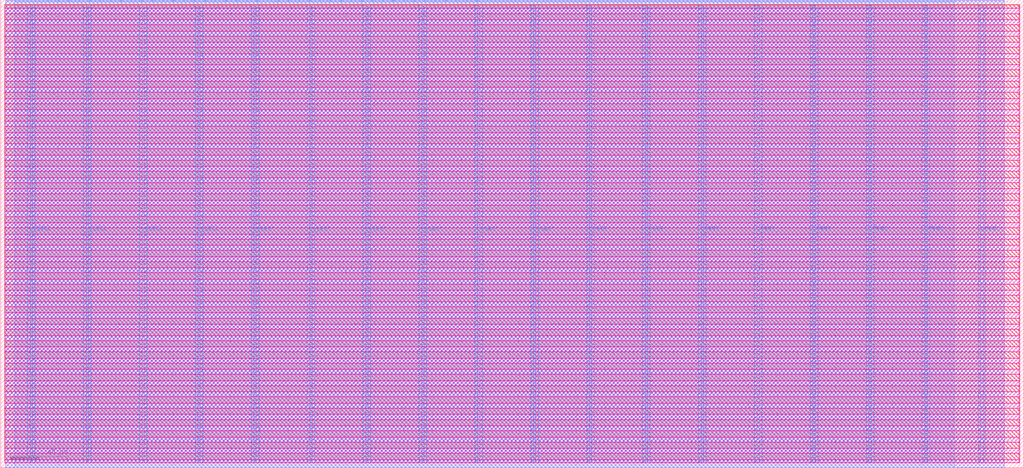
<source format=lef>
VERSION 5.7 ;
  NOWIREEXTENSIONATPIN ON ;
  DIVIDERCHAR "/" ;
  BUSBITCHARS "[]" ;
MACRO tt_um_rejunity_z80
  CLASS BLOCK ;
  FOREIGN tt_um_rejunity_z80 ;
  ORIGIN 0.000 0.000 ;
  SIZE 711.200 BY 325.360 ;
  PIN VGND
    DIRECTION INOUT ;
    USE GROUND ;
    PORT
      LAYER Metal4 ;
        RECT 22.180 3.620 23.780 321.740 ;
    END
    PORT
      LAYER Metal4 ;
        RECT 61.050 3.620 62.650 321.740 ;
    END
    PORT
      LAYER Metal4 ;
        RECT 99.920 3.620 101.520 321.740 ;
    END
    PORT
      LAYER Metal4 ;
        RECT 138.790 3.620 140.390 321.740 ;
    END
    PORT
      LAYER Metal4 ;
        RECT 177.660 3.620 179.260 321.740 ;
    END
    PORT
      LAYER Metal4 ;
        RECT 216.530 3.620 218.130 321.740 ;
    END
    PORT
      LAYER Metal4 ;
        RECT 255.400 3.620 257.000 321.740 ;
    END
    PORT
      LAYER Metal4 ;
        RECT 294.270 3.620 295.870 321.740 ;
    END
    PORT
      LAYER Metal4 ;
        RECT 333.140 3.620 334.740 321.740 ;
    END
    PORT
      LAYER Metal4 ;
        RECT 372.010 3.620 373.610 321.740 ;
    END
    PORT
      LAYER Metal4 ;
        RECT 410.880 3.620 412.480 321.740 ;
    END
    PORT
      LAYER Metal4 ;
        RECT 449.750 3.620 451.350 321.740 ;
    END
    PORT
      LAYER Metal4 ;
        RECT 488.620 3.620 490.220 321.740 ;
    END
    PORT
      LAYER Metal4 ;
        RECT 527.490 3.620 529.090 321.740 ;
    END
    PORT
      LAYER Metal4 ;
        RECT 566.360 3.620 567.960 321.740 ;
    END
    PORT
      LAYER Metal4 ;
        RECT 605.230 3.620 606.830 321.740 ;
    END
    PORT
      LAYER Metal4 ;
        RECT 644.100 3.620 645.700 321.740 ;
    END
    PORT
      LAYER Metal4 ;
        RECT 682.970 3.620 684.570 321.740 ;
    END
  END VGND
  PIN VPWR
    DIRECTION INOUT ;
    USE POWER ;
    PORT
      LAYER Metal4 ;
        RECT 18.880 3.620 20.480 321.740 ;
    END
    PORT
      LAYER Metal4 ;
        RECT 57.750 3.620 59.350 321.740 ;
    END
    PORT
      LAYER Metal4 ;
        RECT 96.620 3.620 98.220 321.740 ;
    END
    PORT
      LAYER Metal4 ;
        RECT 135.490 3.620 137.090 321.740 ;
    END
    PORT
      LAYER Metal4 ;
        RECT 174.360 3.620 175.960 321.740 ;
    END
    PORT
      LAYER Metal4 ;
        RECT 213.230 3.620 214.830 321.740 ;
    END
    PORT
      LAYER Metal4 ;
        RECT 252.100 3.620 253.700 321.740 ;
    END
    PORT
      LAYER Metal4 ;
        RECT 290.970 3.620 292.570 321.740 ;
    END
    PORT
      LAYER Metal4 ;
        RECT 329.840 3.620 331.440 321.740 ;
    END
    PORT
      LAYER Metal4 ;
        RECT 368.710 3.620 370.310 321.740 ;
    END
    PORT
      LAYER Metal4 ;
        RECT 407.580 3.620 409.180 321.740 ;
    END
    PORT
      LAYER Metal4 ;
        RECT 446.450 3.620 448.050 321.740 ;
    END
    PORT
      LAYER Metal4 ;
        RECT 485.320 3.620 486.920 321.740 ;
    END
    PORT
      LAYER Metal4 ;
        RECT 524.190 3.620 525.790 321.740 ;
    END
    PORT
      LAYER Metal4 ;
        RECT 563.060 3.620 564.660 321.740 ;
    END
    PORT
      LAYER Metal4 ;
        RECT 601.930 3.620 603.530 321.740 ;
    END
    PORT
      LAYER Metal4 ;
        RECT 640.800 3.620 642.400 321.740 ;
    END
    PORT
      LAYER Metal4 ;
        RECT 679.670 3.620 681.270 321.740 ;
    END
  END VPWR
  PIN clk
    DIRECTION INPUT ;
    USE SIGNAL ;
    ANTENNAGATEAREA 4.738000 ;
    PORT
      LAYER Metal4 ;
        RECT 331.090 324.360 331.390 325.360 ;
    END
  END clk
  PIN ena
    DIRECTION INPUT ;
    USE SIGNAL ;
    ANTENNAGATEAREA 0.498500 ;
    PORT
      LAYER Metal4 ;
        RECT 338.370 324.360 338.670 325.360 ;
    END
  END ena
  PIN rst_n
    DIRECTION INPUT ;
    USE SIGNAL ;
    ANTENNAGATEAREA 0.396000 ;
    PORT
      LAYER Metal4 ;
        RECT 323.810 324.360 324.110 325.360 ;
    END
  END rst_n
  PIN ui_in[0]
    DIRECTION INPUT ;
    USE SIGNAL ;
    ANTENNAGATEAREA 1.102000 ;
    PORT
      LAYER Metal4 ;
        RECT 316.530 324.360 316.830 325.360 ;
    END
  END ui_in[0]
  PIN ui_in[1]
    DIRECTION INPUT ;
    USE SIGNAL ;
    ANTENNAGATEAREA 0.741000 ;
    PORT
      LAYER Metal4 ;
        RECT 309.250 324.360 309.550 325.360 ;
    END
  END ui_in[1]
  PIN ui_in[2]
    DIRECTION INPUT ;
    USE SIGNAL ;
    ANTENNAGATEAREA 0.741000 ;
    PORT
      LAYER Metal4 ;
        RECT 301.970 324.360 302.270 325.360 ;
    END
  END ui_in[2]
  PIN ui_in[3]
    DIRECTION INPUT ;
    USE SIGNAL ;
    ANTENNAGATEAREA 0.396000 ;
    PORT
      LAYER Metal4 ;
        RECT 294.690 324.360 294.990 325.360 ;
    END
  END ui_in[3]
  PIN ui_in[4]
    DIRECTION INPUT ;
    USE SIGNAL ;
    ANTENNAGATEAREA 0.741000 ;
    PORT
      LAYER Metal4 ;
        RECT 287.410 324.360 287.710 325.360 ;
    END
  END ui_in[4]
  PIN ui_in[5]
    DIRECTION INPUT ;
    USE SIGNAL ;
    ANTENNAGATEAREA 1.102000 ;
    PORT
      LAYER Metal4 ;
        RECT 280.130 324.360 280.430 325.360 ;
    END
  END ui_in[5]
  PIN ui_in[6]
    DIRECTION INPUT ;
    USE SIGNAL ;
    ANTENNAGATEAREA 2.204000 ;
    PORT
      LAYER Metal4 ;
        RECT 272.850 324.360 273.150 325.360 ;
    END
  END ui_in[6]
  PIN ui_in[7]
    DIRECTION INPUT ;
    USE SIGNAL ;
    ANTENNAGATEAREA 1.183000 ;
    PORT
      LAYER Metal4 ;
        RECT 265.570 324.360 265.870 325.360 ;
    END
  END ui_in[7]
  PIN uio_in[0]
    DIRECTION INPUT ;
    USE SIGNAL ;
    ANTENNAGATEAREA 1.102000 ;
    PORT
      LAYER Metal4 ;
        RECT 258.290 324.360 258.590 325.360 ;
    END
  END uio_in[0]
  PIN uio_in[1]
    DIRECTION INPUT ;
    USE SIGNAL ;
    ANTENNAGATEAREA 1.102000 ;
    PORT
      LAYER Metal4 ;
        RECT 251.010 324.360 251.310 325.360 ;
    END
  END uio_in[1]
  PIN uio_in[2]
    DIRECTION INPUT ;
    USE SIGNAL ;
    ANTENNAGATEAREA 1.102000 ;
    PORT
      LAYER Metal4 ;
        RECT 243.730 324.360 244.030 325.360 ;
    END
  END uio_in[2]
  PIN uio_in[3]
    DIRECTION INPUT ;
    USE SIGNAL ;
    ANTENNAGATEAREA 1.102000 ;
    PORT
      LAYER Metal4 ;
        RECT 236.450 324.360 236.750 325.360 ;
    END
  END uio_in[3]
  PIN uio_in[4]
    DIRECTION INPUT ;
    USE SIGNAL ;
    ANTENNAGATEAREA 1.102000 ;
    PORT
      LAYER Metal4 ;
        RECT 229.170 324.360 229.470 325.360 ;
    END
  END uio_in[4]
  PIN uio_in[5]
    DIRECTION INPUT ;
    USE SIGNAL ;
    ANTENNAGATEAREA 1.102000 ;
    PORT
      LAYER Metal4 ;
        RECT 221.890 324.360 222.190 325.360 ;
    END
  END uio_in[5]
  PIN uio_in[6]
    DIRECTION INPUT ;
    USE SIGNAL ;
    ANTENNAGATEAREA 1.102000 ;
    PORT
      LAYER Metal4 ;
        RECT 214.610 324.360 214.910 325.360 ;
    END
  END uio_in[6]
  PIN uio_in[7]
    DIRECTION INPUT ;
    USE SIGNAL ;
    ANTENNAGATEAREA 1.102000 ;
    PORT
      LAYER Metal4 ;
        RECT 207.330 324.360 207.630 325.360 ;
    END
  END uio_in[7]
  PIN uio_oe[0]
    DIRECTION OUTPUT ;
    USE SIGNAL ;
    ANTENNADIFFAREA 1.986000 ;
    PORT
      LAYER Metal4 ;
        RECT 83.570 324.360 83.870 325.360 ;
    END
  END uio_oe[0]
  PIN uio_oe[1]
    DIRECTION OUTPUT ;
    USE SIGNAL ;
    ANTENNADIFFAREA 1.986000 ;
    PORT
      LAYER Metal4 ;
        RECT 76.290 324.360 76.590 325.360 ;
    END
  END uio_oe[1]
  PIN uio_oe[2]
    DIRECTION OUTPUT ;
    USE SIGNAL ;
    ANTENNADIFFAREA 1.986000 ;
    PORT
      LAYER Metal4 ;
        RECT 69.010 324.360 69.310 325.360 ;
    END
  END uio_oe[2]
  PIN uio_oe[3]
    DIRECTION OUTPUT ;
    USE SIGNAL ;
    ANTENNADIFFAREA 1.986000 ;
    PORT
      LAYER Metal4 ;
        RECT 61.730 324.360 62.030 325.360 ;
    END
  END uio_oe[3]
  PIN uio_oe[4]
    DIRECTION OUTPUT ;
    USE SIGNAL ;
    ANTENNADIFFAREA 1.986000 ;
    PORT
      LAYER Metal4 ;
        RECT 54.450 324.360 54.750 325.360 ;
    END
  END uio_oe[4]
  PIN uio_oe[5]
    DIRECTION OUTPUT ;
    USE SIGNAL ;
    ANTENNADIFFAREA 1.986000 ;
    PORT
      LAYER Metal4 ;
        RECT 47.170 324.360 47.470 325.360 ;
    END
  END uio_oe[5]
  PIN uio_oe[6]
    DIRECTION OUTPUT ;
    USE SIGNAL ;
    ANTENNADIFFAREA 1.986000 ;
    PORT
      LAYER Metal4 ;
        RECT 39.890 324.360 40.190 325.360 ;
    END
  END uio_oe[6]
  PIN uio_oe[7]
    DIRECTION OUTPUT ;
    USE SIGNAL ;
    ANTENNADIFFAREA 1.986000 ;
    PORT
      LAYER Metal4 ;
        RECT 32.610 324.360 32.910 325.360 ;
    END
  END uio_oe[7]
  PIN uio_out[0]
    DIRECTION OUTPUT ;
    USE SIGNAL ;
    ANTENNAGATEAREA 2.114000 ;
    ANTENNADIFFAREA 2.111200 ;
    PORT
      LAYER Metal4 ;
        RECT 141.810 324.360 142.110 325.360 ;
    END
  END uio_out[0]
  PIN uio_out[1]
    DIRECTION OUTPUT ;
    USE SIGNAL ;
    ANTENNAGATEAREA 2.114000 ;
    ANTENNADIFFAREA 2.111200 ;
    PORT
      LAYER Metal4 ;
        RECT 134.530 324.360 134.830 325.360 ;
    END
  END uio_out[1]
  PIN uio_out[2]
    DIRECTION OUTPUT ;
    USE SIGNAL ;
    ANTENNAGATEAREA 2.114000 ;
    ANTENNADIFFAREA 2.111200 ;
    PORT
      LAYER Metal4 ;
        RECT 127.250 324.360 127.550 325.360 ;
    END
  END uio_out[2]
  PIN uio_out[3]
    DIRECTION OUTPUT ;
    USE SIGNAL ;
    ANTENNAGATEAREA 2.199000 ;
    ANTENNADIFFAREA 2.111200 ;
    PORT
      LAYER Metal4 ;
        RECT 119.970 324.360 120.270 325.360 ;
    END
  END uio_out[3]
  PIN uio_out[4]
    DIRECTION OUTPUT ;
    USE SIGNAL ;
    ANTENNAGATEAREA 0.898000 ;
    ANTENNADIFFAREA 1.055600 ;
    PORT
      LAYER Metal4 ;
        RECT 112.690 324.360 112.990 325.360 ;
    END
  END uio_out[4]
  PIN uio_out[5]
    DIRECTION OUTPUT ;
    USE SIGNAL ;
    ANTENNAGATEAREA 2.199000 ;
    ANTENNADIFFAREA 2.111200 ;
    PORT
      LAYER Metal4 ;
        RECT 105.410 324.360 105.710 325.360 ;
    END
  END uio_out[5]
  PIN uio_out[6]
    DIRECTION OUTPUT ;
    USE SIGNAL ;
    ANTENNAGATEAREA 2.133000 ;
    ANTENNADIFFAREA 2.111200 ;
    PORT
      LAYER Metal4 ;
        RECT 98.130 324.360 98.430 325.360 ;
    END
  END uio_out[6]
  PIN uio_out[7]
    DIRECTION OUTPUT ;
    USE SIGNAL ;
    ANTENNAGATEAREA 0.898000 ;
    ANTENNADIFFAREA 1.055600 ;
    PORT
      LAYER Metal4 ;
        RECT 90.850 324.360 91.150 325.360 ;
    END
  END uio_out[7]
  PIN uo_out[0]
    DIRECTION OUTPUT ;
    USE SIGNAL ;
    ANTENNADIFFAREA 4.030500 ;
    PORT
      LAYER Metal4 ;
        RECT 200.050 324.360 200.350 325.360 ;
    END
  END uo_out[0]
  PIN uo_out[1]
    DIRECTION OUTPUT ;
    USE SIGNAL ;
    ANTENNADIFFAREA 4.369000 ;
    PORT
      LAYER Metal4 ;
        RECT 192.770 324.360 193.070 325.360 ;
    END
  END uo_out[1]
  PIN uo_out[2]
    DIRECTION OUTPUT ;
    USE SIGNAL ;
    ANTENNADIFFAREA 4.030500 ;
    PORT
      LAYER Metal4 ;
        RECT 185.490 324.360 185.790 325.360 ;
    END
  END uo_out[2]
  PIN uo_out[3]
    DIRECTION OUTPUT ;
    USE SIGNAL ;
    ANTENNADIFFAREA 4.389000 ;
    PORT
      LAYER Metal4 ;
        RECT 178.210 324.360 178.510 325.360 ;
    END
  END uo_out[3]
  PIN uo_out[4]
    DIRECTION OUTPUT ;
    USE SIGNAL ;
    ANTENNADIFFAREA 4.369000 ;
    PORT
      LAYER Metal4 ;
        RECT 170.930 324.360 171.230 325.360 ;
    END
  END uo_out[4]
  PIN uo_out[5]
    DIRECTION OUTPUT ;
    USE SIGNAL ;
    ANTENNADIFFAREA 4.369000 ;
    PORT
      LAYER Metal4 ;
        RECT 163.650 324.360 163.950 325.360 ;
    END
  END uo_out[5]
  PIN uo_out[6]
    DIRECTION OUTPUT ;
    USE SIGNAL ;
    ANTENNADIFFAREA 4.369000 ;
    PORT
      LAYER Metal4 ;
        RECT 156.370 324.360 156.670 325.360 ;
    END
  END uo_out[6]
  PIN uo_out[7]
    DIRECTION OUTPUT ;
    USE SIGNAL ;
    ANTENNADIFFAREA 4.369000 ;
    PORT
      LAYER Metal4 ;
        RECT 149.090 324.360 149.390 325.360 ;
    END
  END uo_out[7]
  OBS
      LAYER Nwell ;
        RECT 2.930 319.280 708.270 321.870 ;
      LAYER Pwell ;
        RECT 2.930 315.760 708.270 319.280 ;
      LAYER Nwell ;
        RECT 2.930 311.440 708.270 315.760 ;
      LAYER Pwell ;
        RECT 2.930 307.920 708.270 311.440 ;
      LAYER Nwell ;
        RECT 2.930 303.600 708.270 307.920 ;
      LAYER Pwell ;
        RECT 2.930 300.080 708.270 303.600 ;
      LAYER Nwell ;
        RECT 2.930 295.760 708.270 300.080 ;
      LAYER Pwell ;
        RECT 2.930 292.240 708.270 295.760 ;
      LAYER Nwell ;
        RECT 2.930 287.920 708.270 292.240 ;
      LAYER Pwell ;
        RECT 2.930 284.400 708.270 287.920 ;
      LAYER Nwell ;
        RECT 2.930 280.080 708.270 284.400 ;
      LAYER Pwell ;
        RECT 2.930 276.560 708.270 280.080 ;
      LAYER Nwell ;
        RECT 2.930 272.240 708.270 276.560 ;
      LAYER Pwell ;
        RECT 2.930 268.720 708.270 272.240 ;
      LAYER Nwell ;
        RECT 2.930 264.400 708.270 268.720 ;
      LAYER Pwell ;
        RECT 2.930 260.880 708.270 264.400 ;
      LAYER Nwell ;
        RECT 2.930 256.560 708.270 260.880 ;
      LAYER Pwell ;
        RECT 2.930 253.040 708.270 256.560 ;
      LAYER Nwell ;
        RECT 2.930 248.720 708.270 253.040 ;
      LAYER Pwell ;
        RECT 2.930 245.200 708.270 248.720 ;
      LAYER Nwell ;
        RECT 2.930 240.880 708.270 245.200 ;
      LAYER Pwell ;
        RECT 2.930 237.360 708.270 240.880 ;
      LAYER Nwell ;
        RECT 2.930 233.040 708.270 237.360 ;
      LAYER Pwell ;
        RECT 2.930 229.520 708.270 233.040 ;
      LAYER Nwell ;
        RECT 2.930 225.200 708.270 229.520 ;
      LAYER Pwell ;
        RECT 2.930 221.680 708.270 225.200 ;
      LAYER Nwell ;
        RECT 2.930 217.360 708.270 221.680 ;
      LAYER Pwell ;
        RECT 2.930 213.840 708.270 217.360 ;
      LAYER Nwell ;
        RECT 2.930 209.520 708.270 213.840 ;
      LAYER Pwell ;
        RECT 2.930 206.000 708.270 209.520 ;
      LAYER Nwell ;
        RECT 2.930 201.680 708.270 206.000 ;
      LAYER Pwell ;
        RECT 2.930 198.160 708.270 201.680 ;
      LAYER Nwell ;
        RECT 2.930 193.840 708.270 198.160 ;
      LAYER Pwell ;
        RECT 2.930 190.320 708.270 193.840 ;
      LAYER Nwell ;
        RECT 2.930 186.000 708.270 190.320 ;
      LAYER Pwell ;
        RECT 2.930 182.480 708.270 186.000 ;
      LAYER Nwell ;
        RECT 2.930 178.160 708.270 182.480 ;
      LAYER Pwell ;
        RECT 2.930 174.640 708.270 178.160 ;
      LAYER Nwell ;
        RECT 2.930 170.320 708.270 174.640 ;
      LAYER Pwell ;
        RECT 2.930 166.800 708.270 170.320 ;
      LAYER Nwell ;
        RECT 2.930 162.480 708.270 166.800 ;
      LAYER Pwell ;
        RECT 2.930 158.960 708.270 162.480 ;
      LAYER Nwell ;
        RECT 2.930 154.640 708.270 158.960 ;
      LAYER Pwell ;
        RECT 2.930 151.120 708.270 154.640 ;
      LAYER Nwell ;
        RECT 2.930 146.800 708.270 151.120 ;
      LAYER Pwell ;
        RECT 2.930 143.280 708.270 146.800 ;
      LAYER Nwell ;
        RECT 2.930 138.960 708.270 143.280 ;
      LAYER Pwell ;
        RECT 2.930 135.440 708.270 138.960 ;
      LAYER Nwell ;
        RECT 2.930 131.120 708.270 135.440 ;
      LAYER Pwell ;
        RECT 2.930 127.600 708.270 131.120 ;
      LAYER Nwell ;
        RECT 2.930 123.280 708.270 127.600 ;
      LAYER Pwell ;
        RECT 2.930 119.760 708.270 123.280 ;
      LAYER Nwell ;
        RECT 2.930 115.440 708.270 119.760 ;
      LAYER Pwell ;
        RECT 2.930 111.920 708.270 115.440 ;
      LAYER Nwell ;
        RECT 2.930 107.600 708.270 111.920 ;
      LAYER Pwell ;
        RECT 2.930 104.080 708.270 107.600 ;
      LAYER Nwell ;
        RECT 2.930 99.760 708.270 104.080 ;
      LAYER Pwell ;
        RECT 2.930 96.240 708.270 99.760 ;
      LAYER Nwell ;
        RECT 2.930 91.920 708.270 96.240 ;
      LAYER Pwell ;
        RECT 2.930 88.400 708.270 91.920 ;
      LAYER Nwell ;
        RECT 2.930 84.080 708.270 88.400 ;
      LAYER Pwell ;
        RECT 2.930 80.560 708.270 84.080 ;
      LAYER Nwell ;
        RECT 2.930 76.240 708.270 80.560 ;
      LAYER Pwell ;
        RECT 2.930 72.720 708.270 76.240 ;
      LAYER Nwell ;
        RECT 2.930 68.400 708.270 72.720 ;
      LAYER Pwell ;
        RECT 2.930 64.880 708.270 68.400 ;
      LAYER Nwell ;
        RECT 2.930 60.560 708.270 64.880 ;
      LAYER Pwell ;
        RECT 2.930 57.040 708.270 60.560 ;
      LAYER Nwell ;
        RECT 2.930 52.720 708.270 57.040 ;
      LAYER Pwell ;
        RECT 2.930 49.200 708.270 52.720 ;
      LAYER Nwell ;
        RECT 2.930 44.880 708.270 49.200 ;
      LAYER Pwell ;
        RECT 2.930 41.360 708.270 44.880 ;
      LAYER Nwell ;
        RECT 2.930 37.040 708.270 41.360 ;
      LAYER Pwell ;
        RECT 2.930 33.520 708.270 37.040 ;
      LAYER Nwell ;
        RECT 2.930 29.200 708.270 33.520 ;
      LAYER Pwell ;
        RECT 2.930 25.680 708.270 29.200 ;
      LAYER Nwell ;
        RECT 2.930 21.360 708.270 25.680 ;
      LAYER Pwell ;
        RECT 2.930 17.840 708.270 21.360 ;
      LAYER Nwell ;
        RECT 2.930 13.520 708.270 17.840 ;
      LAYER Pwell ;
        RECT 2.930 10.000 708.270 13.520 ;
      LAYER Nwell ;
        RECT 2.930 5.680 708.270 10.000 ;
      LAYER Pwell ;
        RECT 2.930 3.490 708.270 5.680 ;
      LAYER Metal1 ;
        RECT 3.360 3.620 707.840 321.740 ;
      LAYER Metal2 ;
        RECT 3.500 0.090 697.620 324.710 ;
      LAYER Metal3 ;
        RECT 3.450 0.140 697.670 325.220 ;
      LAYER Metal4 ;
        RECT 9.660 324.060 32.310 325.270 ;
        RECT 33.210 324.060 39.590 325.270 ;
        RECT 40.490 324.060 46.870 325.270 ;
        RECT 47.770 324.060 54.150 325.270 ;
        RECT 55.050 324.060 61.430 325.270 ;
        RECT 62.330 324.060 68.710 325.270 ;
        RECT 69.610 324.060 75.990 325.270 ;
        RECT 76.890 324.060 83.270 325.270 ;
        RECT 84.170 324.060 90.550 325.270 ;
        RECT 91.450 324.060 97.830 325.270 ;
        RECT 98.730 324.060 105.110 325.270 ;
        RECT 106.010 324.060 112.390 325.270 ;
        RECT 113.290 324.060 119.670 325.270 ;
        RECT 120.570 324.060 126.950 325.270 ;
        RECT 127.850 324.060 134.230 325.270 ;
        RECT 135.130 324.060 141.510 325.270 ;
        RECT 142.410 324.060 148.790 325.270 ;
        RECT 149.690 324.060 156.070 325.270 ;
        RECT 156.970 324.060 163.350 325.270 ;
        RECT 164.250 324.060 170.630 325.270 ;
        RECT 171.530 324.060 177.910 325.270 ;
        RECT 178.810 324.060 185.190 325.270 ;
        RECT 186.090 324.060 192.470 325.270 ;
        RECT 193.370 324.060 199.750 325.270 ;
        RECT 200.650 324.060 207.030 325.270 ;
        RECT 207.930 324.060 214.310 325.270 ;
        RECT 215.210 324.060 221.590 325.270 ;
        RECT 222.490 324.060 228.870 325.270 ;
        RECT 229.770 324.060 236.150 325.270 ;
        RECT 237.050 324.060 243.430 325.270 ;
        RECT 244.330 324.060 250.710 325.270 ;
        RECT 251.610 324.060 257.990 325.270 ;
        RECT 258.890 324.060 265.270 325.270 ;
        RECT 266.170 324.060 272.550 325.270 ;
        RECT 273.450 324.060 279.830 325.270 ;
        RECT 280.730 324.060 287.110 325.270 ;
        RECT 288.010 324.060 294.390 325.270 ;
        RECT 295.290 324.060 301.670 325.270 ;
        RECT 302.570 324.060 308.950 325.270 ;
        RECT 309.850 324.060 316.230 325.270 ;
        RECT 317.130 324.060 323.510 325.270 ;
        RECT 324.410 324.060 330.790 325.270 ;
        RECT 331.690 324.060 338.070 325.270 ;
        RECT 338.970 324.060 662.900 325.270 ;
        RECT 9.660 322.040 662.900 324.060 ;
        RECT 9.660 3.320 18.580 322.040 ;
        RECT 20.780 3.320 21.880 322.040 ;
        RECT 24.080 3.320 57.450 322.040 ;
        RECT 59.650 3.320 60.750 322.040 ;
        RECT 62.950 3.320 96.320 322.040 ;
        RECT 98.520 3.320 99.620 322.040 ;
        RECT 101.820 3.320 135.190 322.040 ;
        RECT 137.390 3.320 138.490 322.040 ;
        RECT 140.690 3.320 174.060 322.040 ;
        RECT 176.260 3.320 177.360 322.040 ;
        RECT 179.560 3.320 212.930 322.040 ;
        RECT 215.130 3.320 216.230 322.040 ;
        RECT 218.430 3.320 251.800 322.040 ;
        RECT 254.000 3.320 255.100 322.040 ;
        RECT 257.300 3.320 290.670 322.040 ;
        RECT 292.870 3.320 293.970 322.040 ;
        RECT 296.170 3.320 329.540 322.040 ;
        RECT 331.740 3.320 332.840 322.040 ;
        RECT 335.040 3.320 368.410 322.040 ;
        RECT 370.610 3.320 371.710 322.040 ;
        RECT 373.910 3.320 407.280 322.040 ;
        RECT 409.480 3.320 410.580 322.040 ;
        RECT 412.780 3.320 446.150 322.040 ;
        RECT 448.350 3.320 449.450 322.040 ;
        RECT 451.650 3.320 485.020 322.040 ;
        RECT 487.220 3.320 488.320 322.040 ;
        RECT 490.520 3.320 523.890 322.040 ;
        RECT 526.090 3.320 527.190 322.040 ;
        RECT 529.390 3.320 562.760 322.040 ;
        RECT 564.960 3.320 566.060 322.040 ;
        RECT 568.260 3.320 601.630 322.040 ;
        RECT 603.830 3.320 604.930 322.040 ;
        RECT 607.130 3.320 640.500 322.040 ;
        RECT 642.700 3.320 643.800 322.040 ;
        RECT 646.000 3.320 662.900 322.040 ;
        RECT 9.660 0.090 662.900 3.320 ;
  END
END tt_um_rejunity_z80
END LIBRARY


</source>
